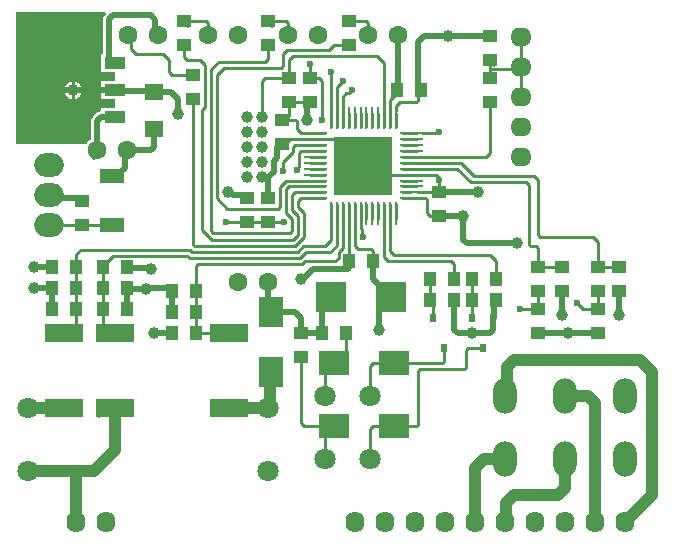
<source format=gbl>
G04*
G04 #@! TF.GenerationSoftware,Altium Limited,Altium Designer,23.5.1 (21)*
G04*
G04 Layer_Physical_Order=2*
G04 Layer_Color=16711680*
%FSLAX44Y44*%
%MOMM*%
G71*
G04*
G04 #@! TF.SameCoordinates,1C69412E-B372-4F46-9B7E-F97621244732*
G04*
G04*
G04 #@! TF.FilePolarity,Positive*
G04*
G01*
G75*
%ADD18C,0.5000*%
%ADD19C,1.0000*%
%ADD20C,0.2500*%
%ADD21C,1.8000*%
%ADD22O,2.0000X3.0000*%
%ADD23C,1.6000*%
%ADD24O,1.6000X1.8000*%
%ADD25O,2.5000X2.0000*%
%ADD26O,1.8000X1.6000*%
%ADD27C,1.0000*%
%ADD28C,0.6000*%
%ADD29R,1.2500X1.0000*%
%ADD30R,1.0000X1.2500*%
%ADD31R,2.5000X2.0000*%
%ADD32R,0.2500X1.1000*%
%ADD33R,1.1000X0.2500*%
%ADD34R,0.2500X0.5500*%
%ADD35R,0.5500X0.2500*%
%ADD36R,2.0000X2.0000*%
%ADD37R,5.0000X5.0000*%
%ADD38R,3.2000X1.6000*%
%ADD39R,2.0000X1.2500*%
%ADD40R,1.8000X1.0000*%
%ADD41R,1.8000X3.3000*%
%ADD42R,0.6000X0.8000*%
%ADD43R,2.0000X2.5000*%
%ADD44R,1.6000X1.4000*%
%ADD45R,2.5000X2.5000*%
G36*
X78366Y445867D02*
X77675Y445176D01*
X76570Y443522D01*
X76182Y441571D01*
Y411360D01*
X74860D01*
Y396360D01*
X86360D01*
Y388540D01*
X74820D01*
Y382270D01*
X86360D01*
Y379730D01*
X74820D01*
Y373460D01*
X86360D01*
Y365705D01*
X82360D01*
X81868Y365640D01*
X74860D01*
Y363238D01*
X74049D01*
X72098Y362850D01*
X70444Y361745D01*
X67515Y358816D01*
X66410Y357162D01*
X66022Y355211D01*
Y339381D01*
X64673Y338602D01*
X62718Y336647D01*
X61929Y335280D01*
X2540D01*
Y447040D01*
X77880D01*
X78366Y445867D01*
D02*
G37*
%LPC*%
G36*
X28050Y400040D02*
X17780D01*
Y382270D01*
X28050D01*
Y400040D01*
D02*
G37*
G36*
X52070Y388466D02*
Y382270D01*
X58266D01*
X57826Y383910D01*
X56834Y385630D01*
X55430Y387034D01*
X53710Y388026D01*
X52070Y388466D01*
D02*
G37*
G36*
X49530D02*
X47890Y388026D01*
X46170Y387034D01*
X44767Y385630D01*
X43774Y383910D01*
X43334Y382270D01*
X49530D01*
Y388466D01*
D02*
G37*
G36*
X15240Y400040D02*
X4970D01*
Y382270D01*
X15240D01*
Y400040D01*
D02*
G37*
G36*
X58266Y379730D02*
X52070D01*
Y373534D01*
X53710Y373974D01*
X55430Y374967D01*
X56834Y376370D01*
X57826Y378090D01*
X58266Y379730D01*
D02*
G37*
G36*
X49530D02*
X43334D01*
X43774Y378090D01*
X44767Y376370D01*
X46170Y374967D01*
X47890Y373974D01*
X49530Y373534D01*
Y379730D01*
D02*
G37*
G36*
X28050D02*
X17780D01*
Y361960D01*
X28050D01*
Y379730D01*
D02*
G37*
G36*
X15240D02*
X4970D01*
Y361960D01*
X15240D01*
Y379730D01*
D02*
G37*
%LPD*%
D18*
X245193Y220980D02*
X254123Y229910D01*
X283270Y229930D02*
X284480Y231140D01*
X279071Y229930D02*
X283270D01*
X279051Y229910D02*
X279071Y229930D01*
X254123Y229910D02*
X279051D01*
X326100Y381000D02*
Y427500D01*
X215900Y289560D02*
Y307340D01*
X111760Y213360D02*
X132120D01*
X373380Y178189D02*
X376309Y175260D01*
X373380Y178189D02*
Y187960D01*
X376309Y175260D02*
X388620D01*
X403471D02*
X406400Y178189D01*
X388620Y175260D02*
X403471D01*
X406400Y178189D02*
Y187960D01*
X464820Y190500D02*
Y210820D01*
X513080Y190500D02*
Y210820D01*
X310040Y195740D02*
X320040Y205740D01*
X310040Y177960D02*
Y195740D01*
X304800Y231140D02*
X304916Y231024D01*
Y220864D02*
Y231024D01*
Y220864D02*
X320040Y205740D01*
X112121Y212999D02*
X112481Y212639D01*
X96881Y212999D02*
X112121D01*
X96520Y213360D02*
X96881Y212999D01*
X210820Y307340D02*
X215900D01*
X342900Y381000D02*
Y421640D01*
X132120Y213360D02*
X134620Y210860D01*
Y210820D02*
Y210860D01*
X243840Y220980D02*
X245193D01*
X220600Y315734D02*
X220820Y315954D01*
Y321035D01*
X223600Y323815D01*
X220600Y312040D02*
Y315734D01*
X215900Y307340D02*
X220600Y312040D01*
X360680Y294640D02*
X393700D01*
X360680Y274320D02*
X381000D01*
X118380Y347980D02*
X119380D01*
X190362Y218578D02*
X190500Y218440D01*
X84300Y405920D02*
X86360Y403860D01*
X50800Y381000D02*
X86360D01*
X16510D02*
X50800D01*
X120595Y429605D02*
X122700Y427500D01*
X120595Y429605D02*
Y440745D01*
X81280Y406360D02*
X83780Y403860D01*
X86360D01*
X81280Y406360D02*
Y441571D01*
X84209Y444500D01*
X116840D02*
X120595Y440745D01*
X84209Y444500D02*
X116840D01*
X116451Y330200D02*
X119380Y333129D01*
X96520Y330200D02*
X116451D01*
X119380Y333129D02*
Y347980D01*
X83820Y308610D02*
X87570D01*
X94415Y315455D02*
Y328095D01*
X96520Y330200D01*
X87570Y308610D02*
X94415Y315455D01*
X30480Y292100D02*
X33060Y289520D01*
X55920D01*
X58420Y287020D01*
X215900Y195580D02*
X218440Y193040D01*
X215900Y195580D02*
Y218440D01*
X261620Y198120D02*
X269240Y205740D01*
X261620Y175260D02*
Y198120D01*
X243840Y175260D02*
X261620D01*
X243840D02*
Y187960D01*
X238760Y193040D02*
X243840Y187960D01*
X218440Y193040D02*
X238760D01*
X133350Y379730D02*
X139700Y373380D01*
Y360680D02*
Y373380D01*
X119380Y379730D02*
X133350D01*
X226100Y335280D02*
X227350D01*
X223600Y323815D02*
Y332780D01*
X226100Y335280D01*
X116265Y230565D02*
X116840Y229990D01*
X97095Y230565D02*
X116265D01*
X96520Y231140D02*
X97095Y230565D01*
X444500Y175260D02*
X469900D01*
X495300D01*
X119380D02*
X134620D01*
X373380Y187960D02*
Y201950D01*
X406900Y201160D02*
X408940Y203200D01*
X406400Y187960D02*
X406900Y188460D01*
Y201160D01*
X86360Y381000D02*
X86995Y380365D01*
X118745D01*
X119380Y379730D01*
X71120Y355211D02*
X74049Y358140D01*
X71120Y330200D02*
Y355211D01*
X74049Y358140D02*
X82360D01*
X68580Y324683D02*
X71120Y327223D01*
Y330200D01*
X248920Y368340D02*
X251420Y370840D01*
X248920Y355600D02*
Y368340D01*
X368300Y426720D02*
X403860D01*
X342900Y421640D02*
X347980Y426720D01*
X368300D01*
X195620Y292060D02*
X198120Y289560D01*
X183423Y294640D02*
X186003Y292060D01*
X182070Y294640D02*
X183423D01*
X186003Y292060D02*
X195620D01*
X381000Y254389D02*
X383929Y251460D01*
X381000Y254389D02*
Y274320D01*
X383929Y251460D02*
X426720D01*
X134620Y174010D02*
Y175260D01*
X33020Y229890D02*
Y231140D01*
X17780Y213360D02*
X33020D01*
Y195580D02*
Y213360D01*
X17780Y231140D02*
X33020D01*
X134620Y193040D02*
Y210820D01*
X96520Y195580D02*
Y213360D01*
D19*
X424331Y152400D02*
X530860D01*
X541020Y142240D01*
Y38100D02*
Y142240D01*
X418473Y146542D02*
X424331Y152400D01*
X418473Y123833D02*
Y146542D01*
X7620Y386080D02*
Y411480D01*
Y355600D02*
Y381000D01*
X12700Y355600D02*
Y381000D01*
X22860Y355600D02*
Y381000D01*
X28050Y356870D02*
Y382270D01*
Y407670D01*
X22860Y381000D02*
Y406400D01*
X16510Y381000D02*
Y406400D01*
Y355600D02*
Y381000D01*
X391160Y15240D02*
Y60960D01*
X398780Y68580D01*
X416560D01*
Y15240D02*
X417708Y16388D01*
Y31628D01*
X424180Y38100D01*
X461502D02*
X467360Y43958D01*
X424180Y38100D02*
X461502D01*
X467360Y43958D02*
Y68580D01*
X492760Y15240D02*
Y116062D01*
X467360Y121920D02*
X486902D01*
X492760Y116062D01*
X518160Y15240D02*
X541020Y38100D01*
X12700Y111760D02*
X43180D01*
X182880D02*
X215900D01*
X217170Y140970D02*
X218440Y142240D01*
X217170Y113030D02*
Y140970D01*
X215900Y111760D02*
X217170Y113030D01*
X416560Y121920D02*
X418473Y123833D01*
X82360Y358140D02*
X86360D01*
X30480Y317500D02*
X31664Y318684D01*
X12700Y58420D02*
X51852D01*
X53340Y15240D02*
Y56932D01*
X86360Y76200D02*
Y111760D01*
X51852Y58420D02*
X68580D01*
X86360Y76200D01*
D20*
X153888Y248920D02*
X238760D01*
X167640Y261958D02*
Y398780D01*
X160020Y364418D02*
X162420Y366818D01*
X181490Y280790D02*
X224572D01*
X152400Y250408D02*
Y373380D01*
X172720Y289560D02*
Y393700D01*
X169128Y260470D02*
X234732D01*
X152400Y373380D02*
X155376Y370404D01*
X160020Y262450D02*
Y364418D01*
X162420Y366818D02*
Y402512D01*
X173990Y405130D02*
X213142D01*
X178950Y399930D02*
X227112D01*
X168470Y254000D02*
X236712D01*
X360680Y304800D02*
Y306980D01*
Y294640D02*
Y304800D01*
X264200Y339640D02*
X274200D01*
X263200D02*
X264200D01*
X274200D02*
X284200Y329640D01*
X309200Y304640D02*
X314200Y309640D01*
X329200D01*
X275730Y244023D02*
X279200Y247493D01*
Y272140D01*
X275730Y239358D02*
Y244023D01*
X247273Y236220D02*
X272592D01*
X275730Y239358D01*
X244973Y233920D02*
X247273Y236220D01*
X274200Y249564D02*
Y272140D01*
X247822Y243840D02*
X268476D01*
X274200Y249564D01*
X242902Y238920D02*
X247822Y243840D01*
X245831Y248920D02*
X264160D01*
X240831Y243920D02*
X245831Y248920D01*
X264160D02*
X269200Y253960D01*
X105209Y246160D02*
X149577D01*
X147506Y241160D02*
X149746Y238920D01*
X149577Y246160D02*
X151817Y243920D01*
X149746Y238920D02*
X242902D01*
X105169Y246200D02*
X105209Y246160D01*
X151817Y243920D02*
X240831D01*
X156668Y233920D02*
X244973D01*
X154940Y232192D02*
X156668Y233920D01*
X84970Y241160D02*
X147506D01*
X319200Y372540D02*
X325120Y378460D01*
X242350Y316027D02*
Y328176D01*
X236220Y327568D02*
Y327597D01*
X237350Y328727D01*
Y333176D01*
X228600Y319948D02*
X236220Y327568D01*
X242350Y328176D02*
X243815Y329640D01*
X240700Y314377D02*
X242350Y316027D01*
X238815Y334640D02*
X251700D01*
X237350Y333176D02*
X238815Y334640D01*
X240700Y313430D02*
Y314377D01*
X243815Y329640D02*
X251700D01*
X244647Y299640D02*
X244647Y299640D01*
X231140Y297060D02*
X233720Y299640D01*
X244647D01*
X246718D02*
X251700D01*
X246718Y299640D02*
X246718Y299640D01*
X244647Y299640D02*
X246718D01*
X269200Y253960D02*
Y272140D01*
X345930Y344660D02*
X357085D01*
X357196Y344770D01*
X359630D02*
X360300Y345440D01*
X357196Y344770D02*
X359630D01*
X341700Y309640D02*
X358020D01*
X360680Y306980D01*
X341700Y314640D02*
X376240D01*
X387470Y303410D01*
X341700Y319640D02*
X378860D01*
X390050Y308450D01*
X314200Y362140D02*
Y403860D01*
X308280Y409780D02*
X314200Y403860D01*
X279200Y362140D02*
Y375720D01*
X281940Y378460D01*
X274200Y383420D02*
X279400Y388620D01*
X274200Y362140D02*
Y383420D01*
X330200Y309640D02*
X341700D01*
X329200D02*
X330200D01*
Y294640D02*
X336700D01*
X329200D02*
X330200D01*
X319200Y350640D02*
Y362140D01*
Y349640D02*
Y350640D01*
X289200Y283640D02*
Y284640D01*
Y272140D02*
Y283640D01*
X263200Y339640D02*
X264200D01*
X251700D02*
X263200D01*
Y289640D02*
X264200D01*
X251700D02*
X263200D01*
Y299640D02*
X264200D01*
X251700D02*
X263200D01*
Y304640D02*
X264200D01*
X251700D02*
X263200D01*
X274200Y350640D02*
Y362140D01*
Y349640D02*
Y350640D01*
X263200Y334640D02*
X264200D01*
X251700D02*
X263200D01*
Y329640D02*
X264200D01*
X251700D02*
X263200D01*
X294200Y283640D02*
Y284640D01*
Y272140D02*
Y283640D01*
X279200D02*
Y284640D01*
Y272140D02*
Y283640D01*
X274200D02*
Y284640D01*
Y272140D02*
Y283640D01*
X330200Y289640D02*
X341700D01*
X329200D02*
X330200D01*
X324200Y350640D02*
Y362140D01*
Y349640D02*
Y350640D01*
X284200Y283640D02*
Y284640D01*
Y272140D02*
Y283640D01*
X263200Y344640D02*
X264200D01*
X251700D02*
X263200D01*
X319200Y283640D02*
Y284640D01*
Y272140D02*
Y283640D01*
X314200D02*
Y284640D01*
Y272140D02*
Y283640D01*
X330200Y314640D02*
X341700D01*
X329200D02*
X330200D01*
X269200Y283640D02*
Y284640D01*
Y272140D02*
Y283640D01*
X330200Y319640D02*
X341700D01*
X329200D02*
X330200D01*
X309200Y272140D02*
Y284640D01*
X304200Y272140D02*
Y284640D01*
X299200Y272140D02*
Y284640D01*
X251700Y309640D02*
X264200D01*
X251700Y314640D02*
X264200D01*
X251700Y319640D02*
X264200D01*
X251700Y324640D02*
X264200D01*
X284200Y349640D02*
Y362140D01*
X289200Y349640D02*
Y362140D01*
X294200Y349640D02*
Y362140D01*
X299200Y349640D02*
Y362140D01*
X304200Y349640D02*
Y362140D01*
X309200Y349640D02*
Y362140D01*
X329200Y339640D02*
X341700D01*
X329200Y334640D02*
X341700D01*
X329200Y329640D02*
X341700D01*
X329200Y324640D02*
X341700D01*
X329200Y304640D02*
X341700D01*
X329200Y299640D02*
X341700D01*
X336700Y294640D02*
X336700Y294640D01*
X324200Y272140D02*
Y284640D01*
X314200Y349640D02*
Y350640D01*
Y362140D01*
X279200Y349640D02*
Y350640D01*
Y362140D01*
X269200Y349640D02*
Y350640D01*
Y362140D01*
X329200Y344640D02*
X330200D01*
X341700D01*
X251700Y294640D02*
X263200D01*
X264200D01*
X172720Y393700D02*
X178950Y399930D01*
X147320Y406400D02*
X158532D01*
X162420Y402512D01*
X160020Y262450D02*
X168470Y254000D01*
X167640Y261958D02*
X169128Y260470D01*
X172720Y289560D02*
X181490Y280790D01*
X167640Y398780D02*
X173990Y405130D01*
X251420Y370840D02*
X251460D01*
X233680D02*
X251420D01*
X261620Y355600D02*
Y388620D01*
X228600Y411480D02*
X231940Y414820D01*
X233680Y406400D02*
X237060Y409780D01*
X308280D01*
X267500Y414820D02*
X271780Y419100D01*
X231940Y414820D02*
X267500D01*
X251460Y391160D02*
Y403010D01*
X387470Y303410D02*
X433914D01*
X440850Y308450D02*
X444500Y304800D01*
X433914Y303410D02*
X436880Y300444D01*
X390050Y308450D02*
X440850D01*
X228600Y312420D02*
Y319948D01*
X152400Y250408D02*
X153888Y248920D01*
X234732Y260470D02*
X236220Y261958D01*
X236712Y254000D02*
X241300Y258588D01*
X238760Y248920D02*
X246380Y256540D01*
X236220Y261958D02*
Y271780D01*
X57188Y246200D02*
X105169D01*
X53340Y231140D02*
Y242352D01*
X57188Y246200D01*
X76200Y213360D02*
Y232390D01*
X84970Y241160D01*
X154940Y193040D02*
Y210820D01*
Y232192D01*
X246380Y256540D02*
Y276860D01*
X241300Y258588D02*
Y274320D01*
Y281940D02*
X246380Y276860D01*
X241300Y281940D02*
Y287020D01*
X243920Y289640D01*
X251700D01*
X144780Y408940D02*
Y419100D01*
Y408940D02*
X147320Y406400D01*
X236220Y279400D02*
X241300Y274320D01*
X236220Y279400D02*
Y292100D01*
X238760Y294640D01*
X243840D01*
X243840Y294640D02*
X243840Y294640D01*
X180340Y269240D02*
X215900D01*
X215916Y269224D02*
X229201D01*
X231140Y276860D02*
X236220Y271780D01*
X231140Y276860D02*
Y297060D01*
X215900Y269240D02*
X215916Y269224D01*
X243840Y294640D02*
X251700D01*
X226060Y282278D02*
Y299560D01*
X224572Y280790D02*
X226060Y282278D01*
Y299560D02*
X231140Y304640D01*
X215900Y407888D02*
Y419100D01*
X213142Y405130D02*
X215900Y407888D01*
X231140Y304640D02*
X251700D01*
X228600Y401418D02*
Y411480D01*
X227112Y399930D02*
X228600Y401418D01*
X233680Y391160D02*
Y406400D01*
X271780Y419100D02*
X284480D01*
X251460Y391160D02*
X259080D01*
X261620Y388620D01*
X269200Y362140D02*
Y396240D01*
X281940Y378460D02*
X284480D01*
X287020Y381000D01*
X477520Y200660D02*
X482600Y195580D01*
X495300D01*
X210820Y388620D02*
X213360Y391160D01*
X210820Y358140D02*
Y388620D01*
X429260Y195580D02*
X444500D01*
X438368Y248920D02*
X443012D01*
X436880Y250408D02*
X438368Y248920D01*
X436880Y250408D02*
Y300444D01*
X443012Y248920D02*
X444500Y247432D01*
Y231140D02*
Y247432D01*
Y258426D02*
Y304800D01*
Y258426D02*
X446386Y256540D01*
X491272D01*
X495300Y252512D01*
Y231140D02*
Y252512D01*
X294200Y264160D02*
Y272140D01*
X295348Y257202D02*
X296010Y256540D01*
X295348Y257202D02*
Y263052D01*
X294240Y264160D02*
X295348Y263052D01*
X400840Y324640D02*
X403860Y327660D01*
X341700Y324640D02*
X400840D01*
X403860Y327660D02*
Y370840D01*
X134620Y393700D02*
X152400D01*
X132080Y396240D02*
X134620Y393700D01*
X132080Y396240D02*
Y406400D01*
X127000Y411480D02*
X132080Y406400D01*
X104140Y411480D02*
X127000D01*
X99875Y415745D02*
X104140Y411480D01*
X99875Y415745D02*
Y424925D01*
X97300Y427500D02*
X99875Y424925D01*
X229850Y355600D02*
X239252D01*
X233680Y359430D02*
Y370840D01*
X229850Y355600D02*
X233680Y359430D01*
X227350Y355600D02*
X228600D01*
X239252D02*
X240740Y354112D01*
Y347980D02*
Y354112D01*
X244080Y344640D02*
X251700D01*
X240740Y347980D02*
X244040Y344680D01*
X244080D01*
X234210Y339640D02*
X251700D01*
X229850Y335280D02*
X234210Y339640D01*
X342900Y372328D02*
Y381000D01*
X324240Y367420D02*
X327660Y370840D01*
X324240Y363220D02*
Y367420D01*
X327660Y370840D02*
X341412D01*
X342900Y372328D01*
X319200Y362140D02*
Y372540D01*
X341700Y289640D02*
X349320D01*
X350520Y276860D02*
Y288400D01*
X349320Y289600D02*
X350520Y288400D01*
Y276860D02*
X353060Y274320D01*
X360680D01*
X341700Y294640D02*
X360680D01*
X360680Y294640D01*
X58420Y266700D02*
X83820D01*
X30480D02*
X58420D01*
X289240Y249240D02*
Y259440D01*
X292100Y246380D02*
X303312D01*
X289240Y249240D02*
X292100Y246380D01*
X304800Y231140D02*
Y244892D01*
X303312Y246380D02*
X304800Y244892D01*
X289200Y259440D02*
Y272140D01*
X314200Y239520D02*
Y272140D01*
X319240Y244640D02*
Y261980D01*
X317500Y236220D02*
X370840D01*
X319200Y261980D02*
Y272140D01*
X322580Y241300D02*
X403860D01*
X314200Y239520D02*
X317500Y236220D01*
X319240Y244640D02*
X322580Y241300D01*
X403860D02*
X408940Y236220D01*
X284200Y231420D02*
Y272140D01*
X408940Y220980D02*
Y236220D01*
X370840D02*
X373380Y233680D01*
Y220980D02*
Y233680D01*
X284480Y439420D02*
X299212D01*
X300700Y427500D02*
Y437932D01*
X299212Y439420D02*
X300700Y437932D01*
X232900Y427500D02*
Y437932D01*
X215900Y439420D02*
X231412D01*
X232900Y437932D01*
X165100Y427500D02*
Y437932D01*
X144780Y439420D02*
X163612D01*
X165100Y437932D01*
X342900Y98008D02*
Y143292D01*
X383540Y146268D02*
Y161072D01*
X344388Y144780D02*
X382052D01*
X342900Y143292D02*
X344388Y144780D01*
X382052D02*
X383540Y146268D01*
Y161072D02*
X385028Y162560D01*
X397510D01*
X322580Y96520D02*
X341412D01*
X342900Y98008D01*
X281940Y158590D02*
Y175260D01*
X273210Y149860D02*
X281940Y158590D01*
X271780Y149860D02*
X273210D01*
X243840Y99060D02*
Y154940D01*
X246380Y96520D02*
X271780D01*
X243840Y99060D02*
X246380Y96520D01*
X264160Y121920D02*
Y142240D01*
X271780Y149860D01*
X304800Y96520D02*
X322580D01*
X302260Y93980D02*
X304800Y96520D01*
X302260Y68580D02*
Y93980D01*
X264160Y68580D02*
Y88900D01*
X271780Y96520D01*
X364490Y151348D02*
Y162560D01*
X322580Y149860D02*
X363002D01*
X364490Y151348D01*
X302260Y121920D02*
Y147320D01*
X304800Y149860D01*
X322580D01*
X388620Y203200D02*
Y220980D01*
Y187960D02*
Y203200D01*
X353060D02*
Y220980D01*
X355600Y187960D02*
Y200660D01*
X353060Y203200D02*
X355600Y200660D01*
X444500Y231140D02*
X464820D01*
X444500Y195580D02*
Y210820D01*
X495300Y231140D02*
X513080D01*
X495300Y195580D02*
Y210820D01*
X403860Y398780D02*
Y406400D01*
Y391160D02*
Y398780D01*
X428380D02*
X430000Y400400D01*
X403860Y398780D02*
X428380D01*
X430000Y400400D02*
Y425800D01*
Y375000D02*
Y400400D01*
X416560Y15240D02*
X417290D01*
X154940Y175260D02*
Y193040D01*
Y175260D02*
X182880D01*
X76200Y195580D02*
Y213360D01*
Y181990D02*
Y195580D01*
Y181990D02*
X82930Y175260D01*
X86360D01*
X53340Y213360D02*
Y229890D01*
Y195580D02*
Y213360D01*
Y181990D02*
Y195580D01*
X46610Y175260D02*
X53340Y181990D01*
X43180Y175260D02*
X46610D01*
X52596Y57676D02*
X53340Y56932D01*
X51852Y58420D02*
X52596Y57676D01*
X213360Y391160D02*
X233680D01*
X267970Y207010D02*
X269240Y205740D01*
X297650Y427500D02*
X300700D01*
X215900Y439420D02*
X219469Y435851D01*
X164778Y427500D02*
X165100D01*
X144780Y439420D02*
X148510Y435690D01*
X402610Y370840D02*
X403860D01*
X43180Y111760D02*
X43706Y111234D01*
X71630Y105030D02*
X78360Y111760D01*
X86360D01*
X12700Y57650D02*
Y58420D01*
X403860Y406400D02*
X407590Y402670D01*
X429000Y375000D02*
X430000D01*
X427425Y423225D02*
X430000Y425800D01*
X441960Y15240D02*
Y16240D01*
X416560Y63580D02*
Y68580D01*
D21*
X12700Y111760D02*
D03*
X215900D02*
D03*
Y58420D02*
D03*
X12700D02*
D03*
X264160Y68580D02*
D03*
X302260D02*
D03*
X264160Y121920D02*
D03*
X302260D02*
D03*
D22*
X518160Y68580D02*
D03*
X467360D02*
D03*
X416560D02*
D03*
X518160Y121920D02*
D03*
X467360D02*
D03*
X416560D02*
D03*
D23*
X97300Y427500D02*
D03*
X122700D02*
D03*
X190500D02*
D03*
X165100D02*
D03*
X258300D02*
D03*
X232900D02*
D03*
X326100D02*
D03*
X300700D02*
D03*
X96520Y330200D02*
D03*
X71120D02*
D03*
X215900Y218440D02*
D03*
X190500D02*
D03*
D24*
X492760Y15240D02*
D03*
X518160D02*
D03*
X467360D02*
D03*
X441960D02*
D03*
X289560D02*
D03*
X314960D02*
D03*
X365760D02*
D03*
X340360D02*
D03*
X416560D02*
D03*
X391160D02*
D03*
X78740D02*
D03*
X53340D02*
D03*
D25*
X30480Y266700D02*
D03*
Y292100D02*
D03*
Y317500D02*
D03*
D26*
X430000Y375000D02*
D03*
Y425800D02*
D03*
Y400400D02*
D03*
Y349600D02*
D03*
Y324200D02*
D03*
D27*
X210820Y307340D02*
D03*
X198120D02*
D03*
Y320040D02*
D03*
X210820D02*
D03*
X198120Y332740D02*
D03*
X210820D02*
D03*
X198120Y345440D02*
D03*
X210820D02*
D03*
X198120Y358140D02*
D03*
X210820D02*
D03*
X426720Y251460D02*
D03*
X182070Y294640D02*
D03*
X368300Y426720D02*
D03*
X248920Y355600D02*
D03*
X381000Y274320D02*
D03*
X393700Y294640D02*
D03*
X243840Y220980D02*
D03*
X116840Y229990D02*
D03*
X139700Y360680D02*
D03*
X310040Y177960D02*
D03*
X513080Y190500D02*
D03*
X464820D02*
D03*
X388620Y175260D02*
D03*
X469900D02*
D03*
X112481Y212639D02*
D03*
X50800Y381000D02*
D03*
X119380Y175260D02*
D03*
X17780Y231140D02*
D03*
Y213360D02*
D03*
D28*
X360680Y304800D02*
D03*
X287020Y381000D02*
D03*
X261620Y355600D02*
D03*
X251460Y403010D02*
D03*
X360300Y345440D02*
D03*
X228600Y312420D02*
D03*
X240700Y313430D02*
D03*
X229201Y269224D02*
D03*
X180340Y269240D02*
D03*
X269240Y396240D02*
D03*
X279400Y388620D02*
D03*
X477520Y200660D02*
D03*
X429260Y195580D02*
D03*
X296010Y256540D02*
D03*
D29*
X360680Y294640D02*
D03*
Y274320D02*
D03*
X243840Y154940D02*
D03*
Y175260D02*
D03*
X444500Y231140D02*
D03*
Y210820D02*
D03*
X144780Y439420D02*
D03*
Y419100D02*
D03*
X152400Y393700D02*
D03*
Y373380D02*
D03*
X215900Y439420D02*
D03*
Y419100D02*
D03*
X284480Y439420D02*
D03*
Y419100D02*
D03*
X251460Y391160D02*
D03*
Y370840D02*
D03*
X233680Y391160D02*
D03*
Y370840D02*
D03*
X198120Y269240D02*
D03*
Y289560D02*
D03*
X513080Y210820D02*
D03*
Y231140D02*
D03*
X444500Y175260D02*
D03*
Y195580D02*
D03*
X495300Y175260D02*
D03*
Y195580D02*
D03*
X227350Y355600D02*
D03*
Y335280D02*
D03*
X215900Y269240D02*
D03*
Y289560D02*
D03*
X403860Y391160D02*
D03*
Y370840D02*
D03*
Y426720D02*
D03*
Y406400D02*
D03*
X58420Y287020D02*
D03*
Y266700D02*
D03*
X495300Y210820D02*
D03*
Y231140D02*
D03*
X464820Y210820D02*
D03*
Y231140D02*
D03*
D30*
X261620Y175260D02*
D03*
X281940D02*
D03*
X154940Y193040D02*
D03*
X134620D02*
D03*
X154940Y175260D02*
D03*
X134620D02*
D03*
X53340Y195580D02*
D03*
X33020D02*
D03*
Y213360D02*
D03*
X53340D02*
D03*
X96520D02*
D03*
X76200D02*
D03*
Y195580D02*
D03*
X96520D02*
D03*
X353060Y203200D02*
D03*
X373380D02*
D03*
X408940Y220980D02*
D03*
X388620D02*
D03*
X408940Y203200D02*
D03*
X388620D02*
D03*
X373380Y220980D02*
D03*
X353060D02*
D03*
X284480Y236220D02*
D03*
X304800D02*
D03*
X345440Y381000D02*
D03*
X325120D02*
D03*
X33020Y231140D02*
D03*
X53340D02*
D03*
X96520D02*
D03*
X76200D02*
D03*
X154940Y210820D02*
D03*
X134620D02*
D03*
D31*
X322580Y149860D02*
D03*
X271780D02*
D03*
X322580Y96520D02*
D03*
X271780D02*
D03*
D32*
X324200Y362140D02*
D03*
X319200D02*
D03*
X314200D02*
D03*
X309200D02*
D03*
X304200D02*
D03*
X299200D02*
D03*
X294200D02*
D03*
X289200D02*
D03*
X284200D02*
D03*
X279200D02*
D03*
X274200D02*
D03*
X269200D02*
D03*
X269200Y272140D02*
D03*
X274200D02*
D03*
X279200D02*
D03*
X284200D02*
D03*
X289200D02*
D03*
X294200D02*
D03*
X299200D02*
D03*
X304200D02*
D03*
X309200D02*
D03*
X314200D02*
D03*
X319200D02*
D03*
X324200D02*
D03*
D33*
X251700Y289640D02*
D03*
Y294640D02*
D03*
Y299640D02*
D03*
Y304640D02*
D03*
Y309640D02*
D03*
Y314640D02*
D03*
Y319640D02*
D03*
Y324640D02*
D03*
Y329640D02*
D03*
Y334640D02*
D03*
Y339640D02*
D03*
Y344640D02*
D03*
X341700D02*
D03*
Y339640D02*
D03*
Y334640D02*
D03*
Y329640D02*
D03*
Y324640D02*
D03*
Y319640D02*
D03*
Y314640D02*
D03*
Y309640D02*
D03*
Y304640D02*
D03*
Y299640D02*
D03*
Y294640D02*
D03*
Y289640D02*
D03*
D34*
X324200Y283640D02*
D03*
X319200D02*
D03*
X314200D02*
D03*
X309200D02*
D03*
X304200D02*
D03*
X299200D02*
D03*
X294200D02*
D03*
X289200D02*
D03*
X284200D02*
D03*
X279200D02*
D03*
X274200D02*
D03*
X269200D02*
D03*
Y350640D02*
D03*
X274200D02*
D03*
X279200D02*
D03*
X284200D02*
D03*
X289200D02*
D03*
X294200D02*
D03*
X299200D02*
D03*
X304200D02*
D03*
X309200D02*
D03*
X314200D02*
D03*
X319200D02*
D03*
X324200D02*
D03*
D35*
X263200Y289640D02*
D03*
Y294640D02*
D03*
Y299640D02*
D03*
Y304640D02*
D03*
Y309640D02*
D03*
Y314640D02*
D03*
Y319640D02*
D03*
Y324640D02*
D03*
Y329640D02*
D03*
Y334640D02*
D03*
Y339640D02*
D03*
Y344640D02*
D03*
X330200D02*
D03*
Y339640D02*
D03*
Y334640D02*
D03*
Y329640D02*
D03*
Y324640D02*
D03*
Y319640D02*
D03*
Y314640D02*
D03*
Y309640D02*
D03*
Y304640D02*
D03*
Y299640D02*
D03*
Y294640D02*
D03*
Y289640D02*
D03*
D36*
X309200Y304640D02*
D03*
X284200D02*
D03*
Y329640D02*
D03*
X309200D02*
D03*
D37*
X296700Y317140D02*
D03*
D38*
X43180Y111760D02*
D03*
Y175260D02*
D03*
X86360Y111760D02*
D03*
Y175260D02*
D03*
X182880D02*
D03*
Y111760D02*
D03*
D39*
X83820Y308610D02*
D03*
Y266700D02*
D03*
D40*
X86360Y403860D02*
D03*
Y381000D02*
D03*
Y358140D02*
D03*
D41*
X16510Y381000D02*
D03*
D42*
X355600Y187960D02*
D03*
X364490Y162560D02*
D03*
X373380Y187960D02*
D03*
X406400D02*
D03*
X397510Y162560D02*
D03*
X388620Y187960D02*
D03*
D43*
X218440Y142240D02*
D03*
Y193040D02*
D03*
D44*
X119380Y379730D02*
D03*
Y347980D02*
D03*
D45*
X269240Y205740D02*
D03*
X320040D02*
D03*
M02*

</source>
